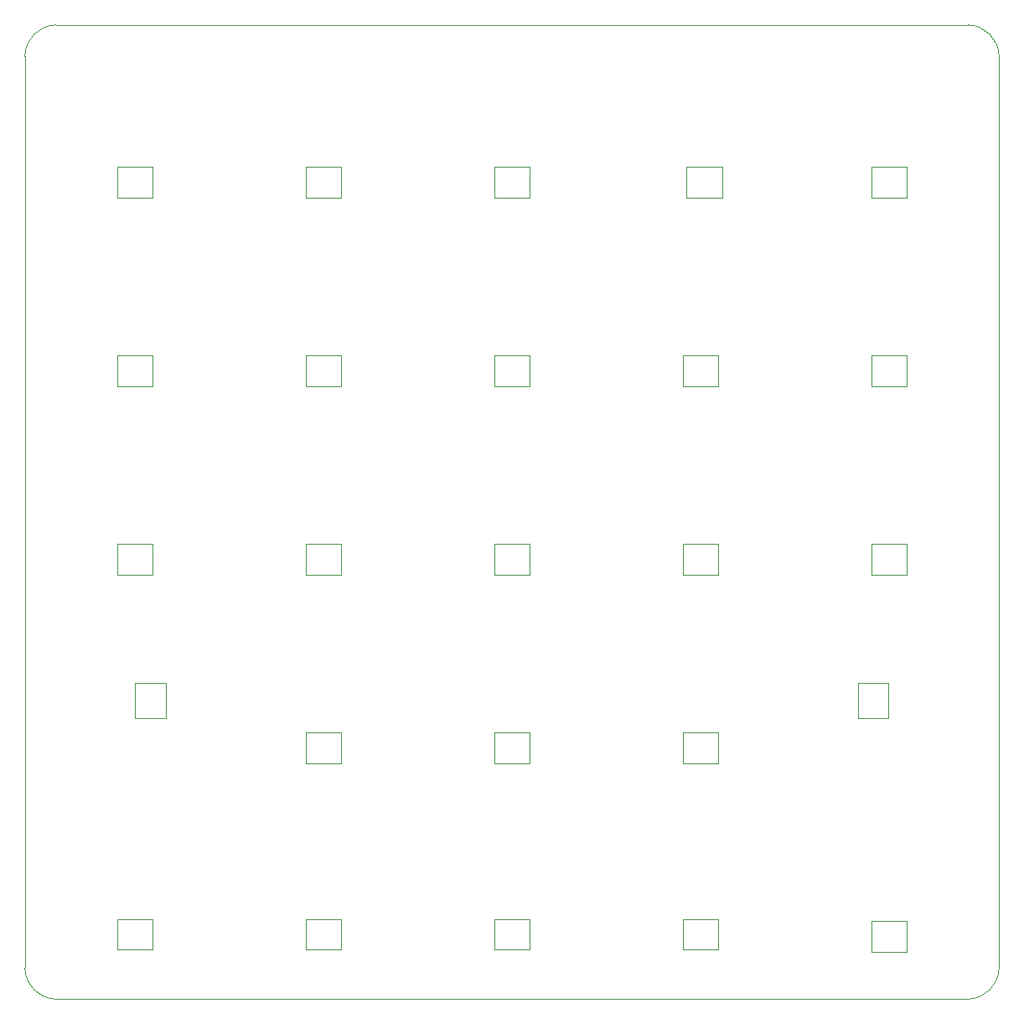
<source format=gm1>
G04 #@! TF.GenerationSoftware,KiCad,Pcbnew,(6.0.1)*
G04 #@! TF.CreationDate,2022-02-24T19:14:04+09:00*
G04 #@! TF.ProjectId,xipher_kbd,78697068-6572-45f6-9b62-642e6b696361,rev?*
G04 #@! TF.SameCoordinates,Original*
G04 #@! TF.FileFunction,Profile,NP*
%FSLAX46Y46*%
G04 Gerber Fmt 4.6, Leading zero omitted, Abs format (unit mm)*
G04 Created by KiCad (PCBNEW (6.0.1)) date 2022-02-24 19:14:04*
%MOMM*%
%LPD*%
G01*
G04 APERTURE LIST*
G04 #@! TA.AperFunction,Profile*
%ADD10C,0.100000*%
G04 #@! TD*
G04 #@! TA.AperFunction,Profile*
%ADD11C,0.120000*%
G04 #@! TD*
G04 APERTURE END LIST*
D10*
X130175000Y-34925000D02*
X130175000Y-127000000D01*
X31750000Y-34925000D02*
X31750000Y-127000000D01*
X127000000Y-31750000D02*
X34925000Y-31750000D01*
X34925000Y-130175000D02*
X127000000Y-130175000D01*
X31750000Y-127000000D02*
G75*
G03*
X34925000Y-130175000I3175000J0D01*
G01*
X127000000Y-130175000D02*
G75*
G03*
X130175000Y-127000000I0J3175000D01*
G01*
X34925000Y-31750000D02*
G75*
G03*
X31750000Y-34925000I0J-3175000D01*
G01*
X130175000Y-34925000D02*
G75*
G03*
X127000000Y-31750000I-3175000J0D01*
G01*
D11*
G04 #@! TO.C,LED16*
X42900000Y-98212500D02*
X46000000Y-98212500D01*
X46000000Y-98212500D02*
X46000000Y-101812500D01*
X46000000Y-101812500D02*
X42900000Y-101812500D01*
X42900000Y-101812500D02*
X42900000Y-98212500D01*
G04 #@! TO.C,LED25*
X117262500Y-122275000D02*
X120862500Y-122275000D01*
X117262500Y-125375000D02*
X117262500Y-122275000D01*
X120862500Y-125375000D02*
X117262500Y-125375000D01*
X120862500Y-122275000D02*
X120862500Y-125375000D01*
G04 #@! TO.C,LED24*
X98212500Y-122075000D02*
X101812500Y-122075000D01*
X98212500Y-125175000D02*
X98212500Y-122075000D01*
X101812500Y-125175000D02*
X98212500Y-125175000D01*
X101812500Y-122075000D02*
X101812500Y-125175000D01*
G04 #@! TO.C,LED23*
X79162500Y-122075000D02*
X82762500Y-122075000D01*
X79162500Y-125175000D02*
X79162500Y-122075000D01*
X82762500Y-125175000D02*
X79162500Y-125175000D01*
X82762500Y-122075000D02*
X82762500Y-125175000D01*
G04 #@! TO.C,LED22*
X60112500Y-122075000D02*
X63712500Y-122075000D01*
X60112500Y-125175000D02*
X60112500Y-122075000D01*
X63712500Y-125175000D02*
X60112500Y-125175000D01*
X63712500Y-122075000D02*
X63712500Y-125175000D01*
G04 #@! TO.C,LED21*
X41062500Y-122075000D02*
X44662500Y-122075000D01*
X41062500Y-125175000D02*
X41062500Y-122075000D01*
X44662500Y-125175000D02*
X41062500Y-125175000D01*
X44662500Y-122075000D02*
X44662500Y-125175000D01*
G04 #@! TO.C,LED20*
X115925000Y-101812500D02*
X115925000Y-98212500D01*
X119025000Y-101812500D02*
X115925000Y-101812500D01*
X119025000Y-98212500D02*
X119025000Y-101812500D01*
X115925000Y-98212500D02*
X119025000Y-98212500D01*
G04 #@! TO.C,LED19*
X101812500Y-103225000D02*
X101812500Y-106325000D01*
X101812500Y-106325000D02*
X98212500Y-106325000D01*
X98212500Y-106325000D02*
X98212500Y-103225000D01*
X98212500Y-103225000D02*
X101812500Y-103225000D01*
G04 #@! TO.C,LED18*
X82762500Y-103225000D02*
X82762500Y-106325000D01*
X82762500Y-106325000D02*
X79162500Y-106325000D01*
X79162500Y-106325000D02*
X79162500Y-103225000D01*
X79162500Y-103225000D02*
X82762500Y-103225000D01*
G04 #@! TO.C,LED17*
X63712500Y-103225000D02*
X63712500Y-106325000D01*
X63712500Y-106325000D02*
X60112500Y-106325000D01*
X60112500Y-106325000D02*
X60112500Y-103225000D01*
X60112500Y-103225000D02*
X63712500Y-103225000D01*
G04 #@! TO.C,LED15*
X120862500Y-84175000D02*
X120862500Y-87275000D01*
X120862500Y-87275000D02*
X117262500Y-87275000D01*
X117262500Y-87275000D02*
X117262500Y-84175000D01*
X117262500Y-84175000D02*
X120862500Y-84175000D01*
G04 #@! TO.C,LED14*
X101812500Y-84175000D02*
X101812500Y-87275000D01*
X101812500Y-87275000D02*
X98212500Y-87275000D01*
X98212500Y-87275000D02*
X98212500Y-84175000D01*
X98212500Y-84175000D02*
X101812500Y-84175000D01*
G04 #@! TO.C,LED6*
X44662500Y-65125000D02*
X44662500Y-68225000D01*
X44662500Y-68225000D02*
X41062500Y-68225000D01*
X41062500Y-68225000D02*
X41062500Y-65125000D01*
X41062500Y-65125000D02*
X44662500Y-65125000D01*
G04 #@! TO.C,LED5*
X120862500Y-46075000D02*
X120862500Y-49175000D01*
X120862500Y-49175000D02*
X117262500Y-49175000D01*
X117262500Y-49175000D02*
X117262500Y-46075000D01*
X117262500Y-46075000D02*
X120862500Y-46075000D01*
G04 #@! TO.C,LED13*
X82762500Y-84175000D02*
X82762500Y-87275000D01*
X82762500Y-87275000D02*
X79162500Y-87275000D01*
X79162500Y-87275000D02*
X79162500Y-84175000D01*
X79162500Y-84175000D02*
X82762500Y-84175000D01*
G04 #@! TO.C,LED4*
X98581300Y-46075000D02*
X102181300Y-46075000D01*
X98581300Y-49175000D02*
X98581300Y-46075000D01*
X102181300Y-49175000D02*
X98581300Y-49175000D01*
X102181300Y-46075000D02*
X102181300Y-49175000D01*
G04 #@! TO.C,LED3*
X79162500Y-46075000D02*
X82762500Y-46075000D01*
X79162500Y-49175000D02*
X79162500Y-46075000D01*
X82762500Y-49175000D02*
X79162500Y-49175000D01*
X82762500Y-46075000D02*
X82762500Y-49175000D01*
G04 #@! TO.C,LED2*
X60112500Y-46075000D02*
X63712500Y-46075000D01*
X60112500Y-49175000D02*
X60112500Y-46075000D01*
X63712500Y-49175000D02*
X60112500Y-49175000D01*
X63712500Y-46075000D02*
X63712500Y-49175000D01*
G04 #@! TO.C,LED1*
X44662500Y-46075000D02*
X44662500Y-49175000D01*
X44662500Y-49175000D02*
X41062500Y-49175000D01*
X41062500Y-49175000D02*
X41062500Y-46075000D01*
X41062500Y-46075000D02*
X44662500Y-46075000D01*
G04 #@! TO.C,LED12*
X63712500Y-84175000D02*
X63712500Y-87275000D01*
X63712500Y-87275000D02*
X60112500Y-87275000D01*
X60112500Y-87275000D02*
X60112500Y-84175000D01*
X60112500Y-84175000D02*
X63712500Y-84175000D01*
G04 #@! TO.C,LED11*
X44662500Y-84175000D02*
X44662500Y-87275000D01*
X44662500Y-87275000D02*
X41062500Y-87275000D01*
X41062500Y-87275000D02*
X41062500Y-84175000D01*
X41062500Y-84175000D02*
X44662500Y-84175000D01*
G04 #@! TO.C,LED10*
X120862500Y-65125000D02*
X120862500Y-68225000D01*
X120862500Y-68225000D02*
X117262500Y-68225000D01*
X117262500Y-68225000D02*
X117262500Y-65125000D01*
X117262500Y-65125000D02*
X120862500Y-65125000D01*
G04 #@! TO.C,LED9*
X101812500Y-65125000D02*
X101812500Y-68225000D01*
X101812500Y-68225000D02*
X98212500Y-68225000D01*
X98212500Y-68225000D02*
X98212500Y-65125000D01*
X98212500Y-65125000D02*
X101812500Y-65125000D01*
G04 #@! TO.C,LED8*
X82762500Y-65125000D02*
X82762500Y-68225000D01*
X82762500Y-68225000D02*
X79162500Y-68225000D01*
X79162500Y-68225000D02*
X79162500Y-65125000D01*
X79162500Y-65125000D02*
X82762500Y-65125000D01*
G04 #@! TO.C,LED7*
X63712500Y-65125000D02*
X63712500Y-68225000D01*
X63712500Y-68225000D02*
X60112500Y-68225000D01*
X60112500Y-68225000D02*
X60112500Y-65125000D01*
X60112500Y-65125000D02*
X63712500Y-65125000D01*
G04 #@! TD*
M02*

</source>
